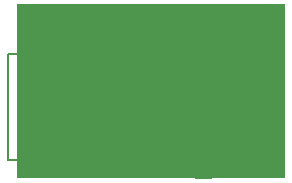
<source format=gbr>
%TF.GenerationSoftware,KiCad,Pcbnew,8.0.0-rc2-74-g5f063dd458*%
%TF.CreationDate,2024-01-29T02:35:24+02:00*%
%TF.ProjectId,SamoProg,53616d6f-5072-46f6-972e-6b696361645f,rev?*%
%TF.SameCoordinates,Original*%
%TF.FileFunction,Legend,Top*%
%TF.FilePolarity,Positive*%
%FSLAX46Y46*%
G04 Gerber Fmt 4.6, Leading zero omitted, Abs format (unit mm)*
G04 Created by KiCad (PCBNEW 8.0.0-rc2-74-g5f063dd458) date 2024-01-29 02:35:24*
%MOMM*%
%LPD*%
G01*
G04 APERTURE LIST*
%ADD10C,0.000000*%
%ADD11C,0.120000*%
%ADD12C,0.200000*%
%ADD13C,0.100000*%
%ADD14C,0.127000*%
G04 APERTURE END LIST*
D10*
G36*
X149062500Y-46600000D02*
G01*
X126362500Y-46600000D01*
X126362500Y-31900000D01*
X149062500Y-31900000D01*
X149062500Y-46600000D01*
G37*
D11*
%TO.C,C3*%
X134090000Y-45140580D02*
X134090000Y-44859420D01*
X135110000Y-45140580D02*
X135110000Y-44859420D01*
D12*
%TO.C,SWDIO*%
X140400000Y-33050000D02*
X140400000Y-32050000D01*
X142400000Y-32050000D02*
X142400000Y-33050000D01*
X142400000Y-33050000D02*
X140400000Y-33050000D01*
D11*
%TO.C,R9*%
X139820000Y-34753641D02*
X139820000Y-34446359D01*
X140580000Y-34753641D02*
X140580000Y-34446359D01*
D13*
%TO.C,D3*%
X138195000Y-46100000D02*
G75*
G02*
X138095000Y-46100000I-50000J0D01*
G01*
X138095000Y-46100000D02*
G75*
G02*
X138195000Y-46100000I50000J0D01*
G01*
D11*
%TO.C,C4*%
X147892164Y-39440000D02*
X148107836Y-39440000D01*
X147892164Y-40160000D02*
X148107836Y-40160000D01*
%TO.C,R8*%
X147153641Y-43020000D02*
X146846359Y-43020000D01*
X147153641Y-43780000D02*
X146846359Y-43780000D01*
%TO.C,R7*%
X146846359Y-44220000D02*
X147153641Y-44220000D01*
X146846359Y-44980000D02*
X147153641Y-44980000D01*
%TO.C,R14*%
X142620000Y-34753641D02*
X142620000Y-34446359D01*
X143380000Y-34753641D02*
X143380000Y-34446359D01*
D14*
%TO.C,J1*%
X125600000Y-36130000D02*
X125600000Y-45070000D01*
X125600000Y-36130000D02*
X126950000Y-36130000D01*
X125600000Y-45070000D02*
X126950000Y-45070000D01*
X130950000Y-36130000D02*
X129450000Y-36130000D01*
X130950000Y-45070000D02*
X129450000Y-45070000D01*
D12*
X134300000Y-37400000D02*
G75*
G02*
X134100000Y-37400000I-100000J0D01*
G01*
X134100000Y-37400000D02*
G75*
G02*
X134300000Y-37400000I100000J0D01*
G01*
D11*
%TO.C,C10*%
X141040000Y-34707836D02*
X141040000Y-34492164D01*
X141760000Y-34707836D02*
X141760000Y-34492164D01*
%TO.C,R3*%
X134953641Y-42220000D02*
X134646359Y-42220000D01*
X134953641Y-42980000D02*
X134646359Y-42980000D01*
%TO.C,U3*%
X138352500Y-37490000D02*
X138352500Y-37965000D01*
X138352500Y-42710000D02*
X138352500Y-42235000D01*
X138827500Y-37490000D02*
X138352500Y-37490000D01*
X138827500Y-42710000D02*
X138352500Y-42710000D01*
X143097500Y-37490000D02*
X143572500Y-37490000D01*
X143097500Y-42710000D02*
X143572500Y-42710000D01*
X143572500Y-37490000D02*
X143572500Y-37965000D01*
D13*
%TO.C,D4*%
X129860000Y-32500000D02*
G75*
G02*
X129760000Y-32500000I-50000J0D01*
G01*
X129760000Y-32500000D02*
G75*
G02*
X129860000Y-32500000I50000J0D01*
G01*
D12*
%TO.C,TX*%
X138400000Y-33050000D02*
X138400000Y-32050000D01*
X140400000Y-32050000D02*
X140400000Y-33050000D01*
X140400000Y-33050000D02*
X138400000Y-33050000D01*
D11*
%TO.C,R16*%
X139046359Y-44520000D02*
X139353641Y-44520000D01*
X139046359Y-45280000D02*
X139353641Y-45280000D01*
%TO.C,R6*%
X144846359Y-44220000D02*
X145153641Y-44220000D01*
X144846359Y-44980000D02*
X145153641Y-44980000D01*
D12*
%TO.C,SWDCK*%
X142400000Y-33050000D02*
X142400000Y-32050000D01*
X144400000Y-32050000D02*
X144400000Y-33050000D01*
X144400000Y-33050000D02*
X142400000Y-33050000D01*
D11*
%TO.C,U4*%
X135040000Y-35400000D02*
X135040000Y-34750000D01*
X135040000Y-35400000D02*
X135040000Y-36050000D01*
X138160000Y-35400000D02*
X138160000Y-33725000D01*
X138160000Y-35400000D02*
X138160000Y-36050000D01*
%TO.C,R15*%
X136953641Y-44520000D02*
X136646359Y-44520000D01*
X136953641Y-45280000D02*
X136646359Y-45280000D01*
D12*
%TO.C,RES*%
X146200000Y-45550000D02*
X148200000Y-45550000D01*
X146200000Y-46550000D02*
X146200000Y-45550000D01*
X148200000Y-45550000D02*
X148200000Y-46550000D01*
D11*
%TO.C,R12*%
X141756359Y-35820000D02*
X142063641Y-35820000D01*
X141756359Y-36580000D02*
X142063641Y-36580000D01*
%TO.C,C8*%
X144892164Y-43040000D02*
X145107836Y-43040000D01*
X144892164Y-43760000D02*
X145107836Y-43760000D01*
%TO.C,SW1*%
X145140000Y-32940000D02*
X145140000Y-37860000D01*
X145140000Y-32940000D02*
X145390000Y-32940000D01*
X145140000Y-37860000D02*
X145390000Y-37860000D01*
X148610000Y-32940000D02*
X148860000Y-32940000D01*
X148610000Y-37860000D02*
X148860000Y-37860000D01*
X148860000Y-37860000D02*
X148860000Y-32940000D01*
%TO.C,C2*%
X136772164Y-42240000D02*
X136987836Y-42240000D01*
X136772164Y-42960000D02*
X136987836Y-42960000D01*
D12*
%TO.C,VCC*%
X147950000Y-40800000D02*
X148950000Y-40800000D01*
X147950000Y-42800000D02*
X147950000Y-40800000D01*
X148950000Y-42800000D02*
X147950000Y-42800000D01*
D11*
%TO.C,R1*%
X144846359Y-45620000D02*
X145153641Y-45620000D01*
X144846359Y-46380000D02*
X145153641Y-46380000D01*
D12*
%TO.C,RX*%
X136400000Y-33050000D02*
X136400000Y-32050000D01*
X138400000Y-32050000D02*
X138400000Y-33050000D01*
X138400000Y-33050000D02*
X136400000Y-33050000D01*
D11*
%TO.C,R4*%
X146153641Y-39420000D02*
X145846359Y-39420000D01*
X146153641Y-40180000D02*
X145846359Y-40180000D01*
%TO.C,R11*%
X129863641Y-34020000D02*
X129556359Y-34020000D01*
X129863641Y-34780000D02*
X129556359Y-34780000D01*
%TO.C,R17*%
X133153641Y-32120000D02*
X132846359Y-32120000D01*
X133153641Y-32880000D02*
X132846359Y-32880000D01*
D13*
%TO.C,D1*%
X126560000Y-34400000D02*
G75*
G02*
X126460000Y-34400000I-50000J0D01*
G01*
X126460000Y-34400000D02*
G75*
G02*
X126560000Y-34400000I50000J0D01*
G01*
D11*
%TO.C,R10*%
X138820000Y-34753641D02*
X138820000Y-34446359D01*
X139580000Y-34753641D02*
X139580000Y-34446359D01*
D13*
%TO.C,D2*%
X137940000Y-46100000D02*
G75*
G02*
X137840000Y-46100000I-50000J0D01*
G01*
X137840000Y-46100000D02*
G75*
G02*
X137940000Y-46100000I50000J0D01*
G01*
D11*
%TO.C,R2*%
X134953641Y-38620000D02*
X134646359Y-38620000D01*
X134953641Y-39380000D02*
X134646359Y-39380000D01*
%TO.C,C1*%
X138292164Y-36040000D02*
X138507836Y-36040000D01*
X138292164Y-36760000D02*
X138507836Y-36760000D01*
D12*
%TO.C,GND*%
X129200000Y-45550000D02*
X131200000Y-45550000D01*
X129200000Y-46550000D02*
X129200000Y-45550000D01*
X131200000Y-45550000D02*
X131200000Y-46550000D01*
D11*
%TO.C,Q1*%
X141415815Y-46560000D02*
X142825815Y-46560000D01*
X142825815Y-44240000D02*
X140795815Y-44240000D01*
X142825815Y-44240000D02*
X142825815Y-44900000D01*
X142825815Y-45900000D02*
X142825815Y-46560000D01*
%TO.C,R13*%
X143620000Y-34753641D02*
X143620000Y-34446359D01*
X144380000Y-34753641D02*
X144380000Y-34446359D01*
%TO.C,C7*%
X136907836Y-37840000D02*
X136692164Y-37840000D01*
X136907836Y-38560000D02*
X136692164Y-38560000D01*
%TO.C,C6*%
X132859420Y-33890000D02*
X133140580Y-33890000D01*
X132859420Y-34910000D02*
X133140580Y-34910000D01*
%TO.C,C9*%
X148070000Y-43892164D02*
X148070000Y-44107836D01*
X148790000Y-43892164D02*
X148790000Y-44107836D01*
%TO.C,U1*%
X135300000Y-39700000D02*
X136850000Y-39700000D01*
X136850000Y-41500000D02*
X135550000Y-41500000D01*
%TO.C,Y1*%
X144300000Y-41000000D02*
X145200000Y-41000000D01*
X144300000Y-42600000D02*
X144300000Y-41000000D01*
X145300000Y-42600000D02*
X144300000Y-42600000D01*
X147000000Y-41000000D02*
X147700000Y-41000000D01*
X147700000Y-41000000D02*
X147700000Y-42600000D01*
X147700000Y-42600000D02*
X147000000Y-42600000D01*
D12*
%TO.C,+5V*%
X127200000Y-33050000D02*
X127200000Y-32050000D01*
X129200000Y-32050000D02*
X129200000Y-33050000D01*
X129200000Y-33050000D02*
X127200000Y-33050000D01*
D11*
%TO.C,R5*%
X143103641Y-43300000D02*
X142796359Y-43300000D01*
X143103641Y-44060000D02*
X142796359Y-44060000D01*
%TD*%
M02*

</source>
